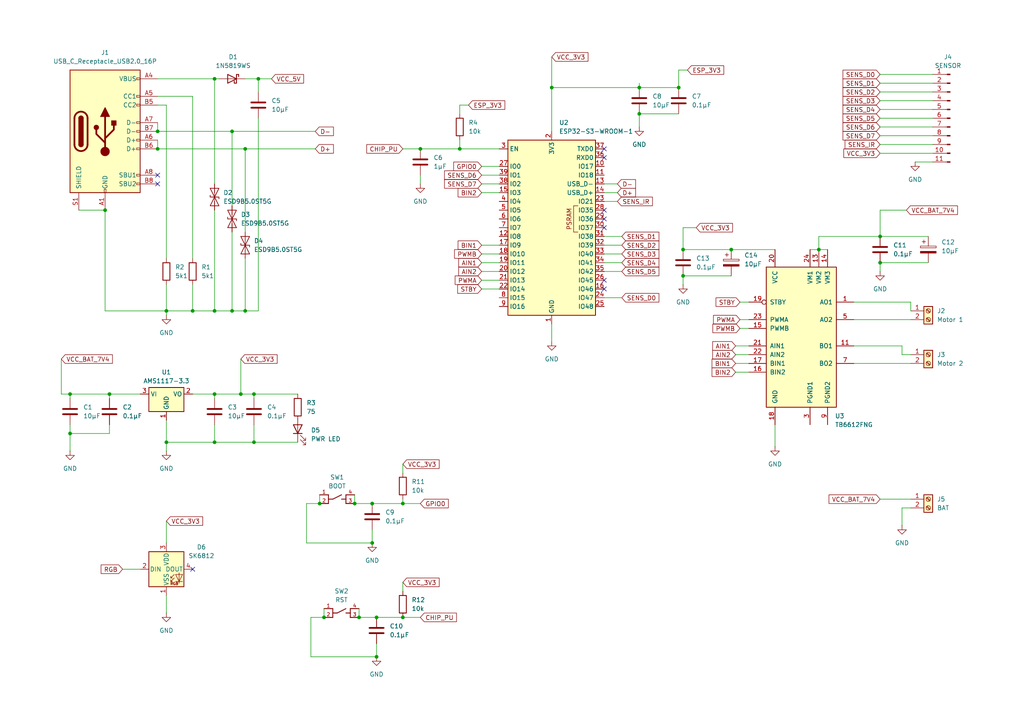
<source format=kicad_sch>
(kicad_sch (version 20250114) (generator "eeschema") (generator_version "9.0")
  (paper "A4")
  (lib_symbols
    (symbol "Connector:Conn_01x11_Pin" (pin_names (offset 1.016) (hide yes))
      (property "Reference" "J" (at 0 15.24 0))
      (property "Value" "Conn_01x11_Pin" (at 0 -15.24 0))
      (symbol "Conn_01x11_Pin_1_1"
        (pin passive line (at 5.08 12.7 180) (length 3.81) (name "Pin_1") (number "1"))
        (pin passive line (at 5.08 10.16 180) (length 3.81) (name "Pin_2") (number "2"))
        (pin passive line (at 5.08 7.62 180) (length 3.81) (name "Pin_3") (number "3"))
        (pin passive line (at 5.08 5.08 180) (length 3.81) (name "Pin_4") (number "4"))
        (pin passive line (at 5.08 2.54 180) (length 3.81) (name "Pin_5") (number "5"))
        (pin passive line (at 5.08 0 180) (length 3.81) (name "Pin_6") (number "6"))
        (pin passive line (at 5.08 -2.54 180) (length 3.81) (name "Pin_7") (number "7"))
        (pin passive line (at 5.08 -5.08 180) (length 3.81) (name "Pin_8") (number "8"))
        (pin passive line (at 5.08 -7.62 180) (length 3.81) (name "Pin_9") (number "9"))
        (pin passive line (at 5.08 -10.16 180) (length 3.81) (name "Pin_10") (number "10"))
        (pin passive line (at 5.08 -12.7 180) (length 3.81) (name "Pin_11") (number "11"))
      )
    )
    (symbol "Connector:Screw_Terminal_01x02" (pin_names (offset 1.016) (hide yes))
      (property "Reference" "J" (at 0 2.54 0))
      (property "Value" "Screw_Terminal_01x02" (at 0 -5.08 0))
      (symbol "Screw_Terminal_01x02_1_1"
        (pin passive line (at -5.08 0 0) (length 3.81) (name "Pin_1") (number "1"))
        (pin passive line (at -5.08 -2.54 0) (length 3.81) (name "Pin_2") (number "2"))
      )
    )
    (symbol "Connector:USB_C_Receptacle_USB2.0_16P" (pin_names (offset 1.016))
      (property "Reference" "J" (at 0 22.225 0))
      (property "Value" "USB_C_Receptacle_USB2.0_16P" (at 0 19.685 0))
      (symbol "USB_C_Receptacle_USB2.0_16P_1_1"
        (pin passive line (at -7.62 -22.86 90) (length 5.08) (name "SHIELD") (number "S1"))
        (pin passive line (at 0 -22.86 90) (length 5.08) (name "GND") (number "A1"))
        (pin passive line (at 0 -22.86 90) (length 5.08) (hide yes) (name "GND") (number "A12"))
        (pin passive line (at 0 -22.86 90) (length 5.08) (hide yes) (name "GND") (number "B1"))
        (pin passive line (at 0 -22.86 90) (length 5.08) (hide yes) (name "GND") (number "B12"))
        (pin passive line (at 15.24 15.24 180) (length 5.08) (name "VBUS") (number "A4"))
        (pin passive line (at 15.24 15.24 180) (length 5.08) (hide yes) (name "VBUS") (number "A9"))
        (pin passive line (at 15.24 15.24 180) (length 5.08) (hide yes) (name "VBUS") (number "B4"))
        (pin passive line (at 15.24 15.24 180) (length 5.08) (hide yes) (name "VBUS") (number "B9"))
        (pin bidirectional line (at 15.24 10.16 180) (length 5.08) (name "CC1") (number "A5"))
        (pin bidirectional line (at 15.24 7.62 180) (length 5.08) (name "CC2") (number "B5"))
        (pin bidirectional line (at 15.24 2.54 180) (length 5.08) (name "D-") (number "A7"))
        (pin bidirectional line (at 15.24 0 180) (length 5.08) (name "D-") (number "B7"))
        (pin bidirectional line (at 15.24 -2.54 180) (length 5.08) (name "D+") (number "A6"))
        (pin bidirectional line (at 15.24 -5.08 180) (length 5.08) (name "D+") (number "B6"))
        (pin bidirectional line (at 15.24 -12.7 180) (length 5.08) (name "SBU1") (number "A8"))
        (pin bidirectional line (at 15.24 -15.24 180) (length 5.08) (name "SBU2") (number "B8"))
      )
    )
    (symbol "Device:C" (pin_numbers (hide yes)) (pin_names (offset 0.254))
      (property "Reference" "C" (at 0.635 2.54 0))
      (property "Value" "C" (at 0.635 -2.54 0))
      (symbol "C_1_1"
        (pin passive line (at 0 3.81 270) (length 2.794) (name "~") (number "1"))
        (pin passive line (at 0 -3.81 90) (length 2.794) (name "~") (number "2"))
      )
    )
    (symbol "Device:C_Polarized" (pin_numbers (hide yes)) (pin_names (offset 0.254))
      (property "Reference" "C" (at 0.635 2.54 0))
      (property "Value" "C_Polarized" (at 0.635 -2.54 0))
      (symbol "C_Polarized_1_1"
        (pin passive line (at 0 3.81 270) (length 2.794) (name "~") (number "1"))
        (pin passive line (at 0 -3.81 90) (length 2.794) (name "~") (number "2"))
      )
    )
    (symbol "Device:LED" (pin_numbers (hide yes)) (pin_names (offset 1.016) (hide yes))
      (property "Reference" "D" (at 0 2.54 0))
      (property "Value" "LED" (at 0 -2.54 0))
      (symbol "LED_1_1"
        (pin passive line (at -3.81 0 0) (length 2.54) (name "K") (number "1"))
        (pin passive line (at 3.81 0 180) (length 2.54) (name "A") (number "2"))
      )
    )
    (symbol "Device:R" (pin_numbers (hide yes)) (pin_names (offset 0))
      (property "Reference" "R" (at 2.032 0 90))
      (property "Value" "R" (at 0 0 90))
      (symbol "R_1_1"
        (pin passive line (at 0 3.81 270) (length 1.27) (name "~") (number "1"))
        (pin passive line (at 0 -3.81 90) (length 1.27) (name "~") (number "2"))
      )
    )
    (symbol "Diode:1N5819WS" (pin_numbers (hide yes)) (pin_names (offset 1.016) (hide yes))
      (property "Reference" "D" (at 0 2.54 0))
      (property "Value" "1N5819WS" (at 0 -2.54 0))
      (symbol "1N5819WS_1_1"
        (pin passive line (at -3.81 0 0) (length 2.54) (name "K") (number "1"))
        (pin passive line (at 3.81 0 180) (length 2.54) (name "A") (number "2"))
      )
    )
    (symbol "Diode:ESD9B5.0ST5G" (pin_numbers (hide yes)) (pin_names (offset 1.016) (hide yes))
      (property "Reference" "D" (at 0 2.54 0))
      (property "Value" "ESD9B5.0ST5G" (at 0 -2.54 0))
      (symbol "ESD9B5.0ST5G_1_1"
        (pin passive line (at -3.81 0 0) (length 2.54) (name "A1") (number "1"))
        (pin passive line (at 3.81 0 180) (length 2.54) (name "A2") (number "2"))
      )
    )
    (symbol "Driver_Motor:TB6612FNG" (pin_names (offset 1.016))
      (property "Reference" "U" (at 11.43 17.78 0))
      (property "Value" "TB6612FNG" (at 11.43 15.24 0))
      (symbol "TB6612FNG_1_1"
        (pin input inverted (at -15.24 10.16 0) (length 5.08) (name "STBY") (number "19"))
        (pin input line (at -15.24 5.08 0) (length 5.08) (name "PWMA") (number "23"))
        (pin input line (at -15.24 2.54 0) (length 5.08) (name "PWMB") (number "15"))
        (pin input line (at -15.24 -2.54 0) (length 5.08) (name "AIN1") (number "21"))
        (pin input line (at -15.24 -5.08 0) (length 5.08) (name "AIN2") (number "22"))
        (pin input line (at -15.24 -7.62 0) (length 5.08) (name "BIN1") (number "17"))
        (pin input line (at -15.24 -10.16 0) (length 5.08) (name "BIN2") (number "16"))
        (pin power_in line (at -7.62 25.4 270) (length 5.08) (name "VCC") (number "20"))
        (pin power_in line (at -7.62 -25.4 90) (length 5.08) (name "GND") (number "18"))
        (pin power_in line (at 2.54 25.4 270) (length 5.08) (name "VM1") (number "24"))
        (pin power_in line (at 2.54 -25.4 90) (length 5.08) (name "PGND1") (number "3"))
        (pin passive line (at 2.54 -25.4 90) (length 5.08) (hide yes) (name "PGND1") (number "4"))
        (pin power_in line (at 5.08 25.4 270) (length 5.08) (name "VM2") (number "13"))
        (pin power_in line (at 7.62 25.4 270) (length 5.08) (name "VM3") (number "14"))
        (pin passive line (at 7.62 -25.4 90) (length 5.08) (hide yes) (name "PGND2") (number "10"))
        (pin power_in line (at 7.62 -25.4 90) (length 5.08) (name "PGND2") (number "9"))
        (pin output line (at 15.24 10.16 180) (length 5.08) (name "AO1") (number "1"))
        (pin passive line (at 15.24 10.16 180) (length 5.08) (hide yes) (name "AO1") (number "2"))
        (pin output line (at 15.24 5.08 180) (length 5.08) (name "AO2") (number "5"))
        (pin passive line (at 15.24 5.08 180) (length 5.08) (hide yes) (name "AO2") (number "6"))
        (pin output line (at 15.24 -2.54 180) (length 5.08) (name "BO1") (number "11"))
        (pin passive line (at 15.24 -2.54 180) (length 5.08) (hide yes) (name "BO1") (number "12"))
        (pin output line (at 15.24 -7.62 180) (length 5.08) (name "BO2") (number "7"))
        (pin passive line (at 15.24 -7.62 180) (length 5.08) (hide yes) (name "BO2") (number "8"))
      )
    )
    (symbol "LED:SK6812" (pin_names (offset 0.254))
      (property "Reference" "D" (at 5.08 5.715 0))
      (property "Value" "SK6812" (at 1.27 -5.715 0))
      (symbol "SK6812_0_0"
        (text "RGB" (at 2.286 -4.191 0) (effects (font (size 0.762 0.762))))
      )
      (symbol "SK6812_1_1"
        (pin input line (at -7.62 0 0) (length 2.54) (name "DIN") (number "2"))
        (pin power_in line (at 0 7.62 270) (length 2.54) (name "VDD") (number "3"))
        (pin power_in line (at 0 -7.62 90) (length 2.54) (name "VSS") (number "1"))
        (pin output line (at 7.62 0 180) (length 2.54) (name "DOUT") (number "4"))
      )
    )
    (symbol "PTS810_SJM_250_SMTR_LFS:PTS810_SJM_250_SMTR_LFS" (pin_names (offset 1.016))
      (property "Reference" "SW" (at -3.81 1.27 0))
      (property "Value" "PTS810_SJM_250_SMTR_LFS" (at -5.08 -6.35 0))
      (symbol "PTS810_SJM_250_SMTR_LFS_0_0"
        (pin passive line (at -5.08 0 0) (length 2.54) (name "~") (number "1"))
        (pin passive line (at -5.08 -2.54 0) (length 2.54) (name "~") (number "2"))
        (pin passive line (at 5.08 0 180) (length 2.54) (name "~") (number "4"))
        (pin passive line (at 5.08 -2.54 180) (length 2.54) (name "~") (number "3"))
      )
    )
    (symbol "RF_Module:ESP32-S3-WROOM-1"
      (property "Reference" "U" (at -12.7 26.67 0))
      (property "Value" "ESP32-S3-WROOM-1" (at 12.7 26.67 0))
      (symbol "ESP32-S3-WROOM-1_0_0"
        (text "PSRAM" (at 5.08 2.54 900) (effects (font (size 1.27 1.27))))
      )
      (symbol "ESP32-S3-WROOM-1_1_1"
        (pin input line (at -15.24 22.86 0) (length 2.54) (name "EN") (number "3"))
        (pin bidirectional line (at -15.24 17.78 0) (length 2.54) (name "IO0") (number "27"))
        (pin bidirectional line (at -15.24 15.24 0) (length 2.54) (name "IO1") (number "39"))
        (pin bidirectional line (at -15.24 12.7 0) (length 2.54) (name "IO2") (number "38"))
        (pin bidirectional line (at -15.24 10.16 0) (length 2.54) (name "IO3") (number "15"))
        (pin bidirectional line (at -15.24 7.62 0) (length 2.54) (name "IO4") (number "4"))
        (pin bidirectional line (at -15.24 5.08 0) (length 2.54) (name "IO5") (number "5"))
        (pin bidirectional line (at -15.24 2.54 0) (length 2.54) (name "IO6") (number "6"))
        (pin bidirectional line (at -15.24 0 0) (length 2.54) (name "IO7") (number "7"))
        (pin bidirectional line (at -15.24 -2.54 0) (length 2.54) (name "IO8") (number "12"))
        (pin bidirectional line (at -15.24 -5.08 0) (length 2.54) (name "IO9") (number "17"))
        (pin bidirectional line (at -15.24 -7.62 0) (length 2.54) (name "IO10") (number "18"))
        (pin bidirectional line (at -15.24 -10.16 0) (length 2.54) (name "IO11") (number "19"))
        (pin bidirectional line (at -15.24 -12.7 0) (length 2.54) (name "IO12") (number "20"))
        (pin bidirectional line (at -15.24 -15.24 0) (length 2.54) (name "IO13") (number "21"))
        (pin bidirectional line (at -15.24 -17.78 0) (length 2.54) (name "IO14") (number "22"))
        (pin bidirectional line (at -15.24 -20.32 0) (length 2.54) (name "IO15") (number "8"))
        (pin bidirectional line (at -15.24 -22.86 0) (length 2.54) (name "IO16") (number "9"))
        (pin power_in line (at 0 27.94 270) (length 2.54) (name "3V3") (number "2"))
        (pin power_in line (at 0 -27.94 90) (length 2.54) (name "GND") (number "1"))
        (pin passive line (at 0 -27.94 90) (length 2.54) (hide yes) (name "GND") (number "40"))
        (pin passive line (at 0 -27.94 90) (length 2.54) (hide yes) (name "GND") (number "41"))
        (pin bidirectional line (at 15.24 22.86 180) (length 2.54) (name "TXD0") (number "37"))
        (pin bidirectional line (at 15.24 20.32 180) (length 2.54) (name "RXD0") (number "36"))
        (pin bidirectional line (at 15.24 17.78 180) (length 2.54) (name "IO17") (number "10"))
        (pin bidirectional line (at 15.24 15.24 180) (length 2.54) (name "IO18") (number "11"))
        (pin bidirectional line (at 15.24 12.7 180) (length 2.54) (name "USB_D-") (number "13"))
        (pin bidirectional line (at 15.24 10.16 180) (length 2.54) (name "USB_D+") (number "14"))
        (pin bidirectional line (at 15.24 7.62 180) (length 2.54) (name "IO21") (number "23"))
        (pin bidirectional line (at 15.24 5.08 180) (length 2.54) (name "IO35") (number "28"))
        (pin bidirectional line (at 15.24 2.54 180) (length 2.54) (name "IO36") (number "29"))
        (pin bidirectional line (at 15.24 0 180) (length 2.54) (name "IO37") (number "30"))
        (pin bidirectional line (at 15.24 -2.54 180) (length 2.54) (name "IO38") (number "31"))
        (pin bidirectional line (at 15.24 -5.08 180) (length 2.54) (name "IO39") (number "32"))
        (pin bidirectional line (at 15.24 -7.62 180) (length 2.54) (name "IO40") (number "33"))
        (pin bidirectional line (at 15.24 -10.16 180) (length 2.54) (name "IO41") (number "34"))
        (pin bidirectional line (at 15.24 -12.7 180) (length 2.54) (name "IO42") (number "35"))
        (pin bidirectional line (at 15.24 -15.24 180) (length 2.54) (name "IO45") (number "26"))
        (pin bidirectional line (at 15.24 -17.78 180) (length 2.54) (name "IO46") (number "16"))
        (pin bidirectional line (at 15.24 -20.32 180) (length 2.54) (name "IO47") (number "24"))
        (pin bidirectional line (at 15.24 -22.86 180) (length 2.54) (name "IO48") (number "25"))
      )
    )
    (symbol "Regulator_Linear:AMS1117-3.3"
      (property "Reference" "U" (at -3.81 3.175 0))
      (property "Value" "AMS1117-3.3" (at 0 3.175 0))
      (symbol "AMS1117-3.3_1_1"
        (pin power_in line (at -7.62 0 0) (length 2.54) (name "VI") (number "3"))
        (pin power_in line (at 0 -7.62 90) (length 2.54) (name "GND") (number "1"))
        (pin power_out line (at 7.62 0 180) (length 2.54) (name "VO") (number "2"))
      )
    )
    (symbol "power:GND" (power) (pin_numbers (hide yes)) (pin_names (offset 0) (hide yes))
      (property "Value" "GND" (at 0 -3.81 0))
      (symbol "GND_1_1"
        (pin power_in line (at 0 0 270) (length 0) (name "~") (number "1"))
      )
    )
  )
  (junction (at 116.84 146.05))
  (junction (at 48.26 90.17))
  (junction (at 116.84 179.07))
  (junction (at 121.92 43.18))
  (junction (at 31.75 114.3))
  (junction (at 92.71 146.05))
  (junction (at 212.09 72.39))
  (junction (at 73.66 114.3))
  (junction (at 62.23 90.17))
  (junction (at 255.27 68.58))
  (junction (at 133.35 43.18))
  (junction (at 104.14 179.07))
  (junction (at 237.49 72.39))
  (junction (at 62.23 22.86))
  (junction (at 109.22 190.5))
  (junction (at 20.32 125.73))
  (junction (at 45.72 38.1))
  (junction (at 198.12 80.01))
  (junction (at 196.85 25.4))
  (junction (at 255.27 76.2))
  (junction (at 20.32 114.3))
  (junction (at 69.85 114.3))
  (junction (at 67.31 38.1))
  (junction (at 48.26 128.27))
  (junction (at 160.02 25.4))
  (junction (at 71.12 43.18))
  (junction (at 185.42 33.02))
  (junction (at 71.12 90.17))
  (junction (at 109.22 179.07))
  (junction (at 102.87 146.05))
  (junction (at 74.93 22.86))
  (junction (at 185.42 25.4))
  (junction (at 55.88 90.17))
  (junction (at 45.72 43.18))
  (junction (at 107.95 157.48))
  (junction (at 30.48 60.96))
  (junction (at 62.23 114.3))
  (junction (at 198.12 72.39))
  (junction (at 93.98 179.07))
  (junction (at 73.66 128.27))
  (junction (at 107.95 146.05))
  (junction (at 62.23 128.27))
  (junction (at 67.31 90.17))
  (no_connect (at 175.26 63.5))
  (no_connect (at 175.26 81.28))
  (no_connect (at 45.72 53.34))
  (no_connect (at 55.88 165.1))
  (no_connect (at 175.26 83.82))
  (no_connect (at 45.72 50.8))
  (no_connect (at 175.26 43.18))
  (no_connect (at 175.26 66.04))
  (no_connect (at 175.26 45.72))
  (no_connect (at 175.26 60.96))
  (wire (pts (xy 116.84 146.05) (xy 121.92 146.05)))
  (wire (pts (xy 73.66 114.3) (xy 86.36 114.3)))
  (wire (pts (xy 214.63 95.25) (xy 217.17 95.25)))
  (wire (pts (xy 247.65 100.33) (xy 261.62 100.33)))
  (wire (pts (xy 109.22 190.5) (xy 90.17 190.5)))
  (wire (pts (xy 35.56 165.1) (xy 40.64 165.1)))
  (wire (pts (xy 139.7 55.88) (xy 144.78 55.88)))
  (wire (pts (xy 160.02 25.4) (xy 185.42 25.4)))
  (wire (pts (xy 62.23 60.96) (xy 62.23 90.17)))
  (wire (pts (xy 212.09 72.39) (xy 224.79 72.39)))
  (wire (pts (xy 255.27 44.45) (xy 270.51 44.45)))
  (wire (pts (xy 133.35 30.48) (xy 135.89 30.48)))
  (wire (pts (xy 62.23 90.17) (xy 67.31 90.17)))
  (wire (pts (xy 185.42 24.13) (xy 185.42 25.4)))
  (wire (pts (xy 88.9 157.48) (xy 88.9 146.05)))
  (wire (pts (xy 213.36 107.95) (xy 217.17 107.95)))
  (wire (pts (xy 62.23 123.19) (xy 62.23 128.27)))
  (wire (pts (xy 20.32 115.57) (xy 20.32 114.3)))
  (wire (pts (xy 139.7 50.8) (xy 144.78 50.8)))
  (wire (pts (xy 90.17 179.07) (xy 93.98 179.07)))
  (wire (pts (xy 255.27 68.58) (xy 269.24 68.58)))
  (wire (pts (xy 255.27 36.83) (xy 270.51 36.83)))
  (wire (pts (xy 133.35 43.18) (xy 144.78 43.18)))
  (wire (pts (xy 63.5 22.86) (xy 62.23 22.86)))
  (wire (pts (xy 45.72 27.94) (xy 55.88 27.94)))
  (wire (pts (xy 73.66 115.57) (xy 73.66 114.3)))
  (wire (pts (xy 107.95 153.67) (xy 107.95 157.48)))
  (wire (pts (xy 255.27 60.96) (xy 255.27 68.58)))
  (wire (pts (xy 185.42 33.02) (xy 185.42 36.83)))
  (wire (pts (xy 88.9 146.05) (xy 92.71 146.05)))
  (wire (pts (xy 175.26 71.12) (xy 180.34 71.12)))
  (wire (pts (xy 261.62 100.33) (xy 261.62 102.87)))
  (wire (pts (xy 175.26 53.34) (xy 179.07 53.34)))
  (wire (pts (xy 45.72 22.86) (xy 62.23 22.86)))
  (wire (pts (xy 48.26 30.48) (xy 48.26 74.93)))
  (wire (pts (xy 175.26 73.66) (xy 180.34 73.66)))
  (wire (pts (xy 255.27 29.21) (xy 270.51 29.21)))
  (wire (pts (xy 45.72 35.56) (xy 45.72 38.1)))
  (wire (pts (xy 264.16 87.63) (xy 264.16 90.17)))
  (wire (pts (xy 71.12 43.18) (xy 71.12 67.31)))
  (wire (pts (xy 48.26 172.72) (xy 48.26 177.8)))
  (wire (pts (xy 62.23 128.27) (xy 73.66 128.27)))
  (wire (pts (xy 214.63 87.63) (xy 217.17 87.63)))
  (wire (pts (xy 247.65 105.41) (xy 264.16 105.41)))
  (wire (pts (xy 17.78 114.3) (xy 20.32 114.3)))
  (wire (pts (xy 55.88 90.17) (xy 62.23 90.17)))
  (wire (pts (xy 48.26 128.27) (xy 48.26 130.81)))
  (wire (pts (xy 40.64 114.3) (xy 31.75 114.3)))
  (wire (pts (xy 48.26 30.48) (xy 45.72 30.48)))
  (wire (pts (xy 139.7 48.26) (xy 144.78 48.26)))
  (wire (pts (xy 201.93 66.04) (xy 198.12 66.04)))
  (wire (pts (xy 67.31 38.1) (xy 67.31 59.69)))
  (wire (pts (xy 160.02 93.98) (xy 160.02 99.06)))
  (wire (pts (xy 107.95 157.48) (xy 88.9 157.48)))
  (wire (pts (xy 255.27 34.29) (xy 270.51 34.29)))
  (wire (pts (xy 175.26 68.58) (xy 180.34 68.58)))
  (wire (pts (xy 104.14 176.53) (xy 104.14 179.07)))
  (wire (pts (xy 175.26 78.74) (xy 180.34 78.74)))
  (wire (pts (xy 90.17 190.5) (xy 90.17 179.07)))
  (wire (pts (xy 17.78 104.14) (xy 17.78 114.3)))
  (wire (pts (xy 121.92 43.18) (xy 133.35 43.18)))
  (wire (pts (xy 48.26 121.92) (xy 48.26 128.27)))
  (wire (pts (xy 116.84 43.18) (xy 121.92 43.18)))
  (wire (pts (xy 234.95 72.39) (xy 237.49 72.39)))
  (wire (pts (xy 92.71 143.51) (xy 92.71 146.05)))
  (wire (pts (xy 48.26 128.27) (xy 62.23 128.27)))
  (wire (pts (xy 185.42 33.02) (xy 196.85 33.02)))
  (wire (pts (xy 109.22 179.07) (xy 116.84 179.07)))
  (wire (pts (xy 31.75 125.73) (xy 20.32 125.73)))
  (wire (pts (xy 139.7 73.66) (xy 144.78 73.66)))
  (wire (pts (xy 48.26 90.17) (xy 48.26 91.44)))
  (wire (pts (xy 104.14 179.07) (xy 109.22 179.07)))
  (wire (pts (xy 48.26 82.55) (xy 48.26 90.17)))
  (wire (pts (xy 265.43 46.99) (xy 270.51 46.99)))
  (wire (pts (xy 93.98 176.53) (xy 93.98 179.07)))
  (wire (pts (xy 102.87 146.05) (xy 107.95 146.05)))
  (wire (pts (xy 139.7 76.2) (xy 144.78 76.2)))
  (wire (pts (xy 20.32 123.19) (xy 20.32 125.73)))
  (wire (pts (xy 74.93 34.29) (xy 74.93 90.17)))
  (wire (pts (xy 261.62 147.32) (xy 261.62 152.4)))
  (wire (pts (xy 116.84 144.78) (xy 116.84 146.05)))
  (wire (pts (xy 91.44 43.18) (xy 71.12 43.18)))
  (wire (pts (xy 224.79 123.19) (xy 224.79 129.54)))
  (wire (pts (xy 255.27 41.91) (xy 270.51 41.91)))
  (wire (pts (xy 213.36 100.33) (xy 217.17 100.33)))
  (wire (pts (xy 262.89 60.96) (xy 255.27 60.96)))
  (wire (pts (xy 255.27 21.59) (xy 270.51 21.59)))
  (wire (pts (xy 255.27 26.67) (xy 270.51 26.67)))
  (wire (pts (xy 261.62 102.87) (xy 264.16 102.87)))
  (wire (pts (xy 31.75 114.3) (xy 31.75 115.57)))
  (wire (pts (xy 55.88 27.94) (xy 55.88 74.93)))
  (wire (pts (xy 198.12 72.39) (xy 212.09 72.39)))
  (wire (pts (xy 160.02 25.4) (xy 160.02 38.1)))
  (wire (pts (xy 264.16 147.32) (xy 261.62 147.32)))
  (wire (pts (xy 116.84 179.07) (xy 121.92 179.07)))
  (wire (pts (xy 22.86 60.96) (xy 30.48 60.96)))
  (wire (pts (xy 116.84 134.62) (xy 116.84 137.16)))
  (wire (pts (xy 139.7 53.34) (xy 144.78 53.34)))
  (wire (pts (xy 214.63 92.71) (xy 217.17 92.71)))
  (wire (pts (xy 213.36 105.41) (xy 217.17 105.41)))
  (wire (pts (xy 62.23 114.3) (xy 62.23 115.57)))
  (wire (pts (xy 185.42 25.4) (xy 196.85 25.4)))
  (wire (pts (xy 62.23 114.3) (xy 69.85 114.3)))
  (wire (pts (xy 255.27 68.58) (xy 237.49 68.58)))
  (wire (pts (xy 55.88 114.3) (xy 62.23 114.3)))
  (wire (pts (xy 107.95 146.05) (xy 116.84 146.05)))
  (wire (pts (xy 139.7 71.12) (xy 144.78 71.12)))
  (wire (pts (xy 255.27 76.2) (xy 255.27 78.74)))
  (wire (pts (xy 175.26 55.88) (xy 179.07 55.88)))
  (wire (pts (xy 255.27 31.75) (xy 270.51 31.75)))
  (wire (pts (xy 20.32 125.73) (xy 20.32 130.81)))
  (wire (pts (xy 175.26 76.2) (xy 180.34 76.2)))
  (wire (pts (xy 71.12 74.93) (xy 71.12 90.17)))
  (wire (pts (xy 71.12 43.18) (xy 45.72 43.18)))
  (wire (pts (xy 255.27 144.78) (xy 264.16 144.78)))
  (wire (pts (xy 133.35 33.02) (xy 133.35 30.48)))
  (wire (pts (xy 69.85 104.14) (xy 69.85 114.3)))
  (wire (pts (xy 67.31 67.31) (xy 67.31 90.17)))
  (wire (pts (xy 30.48 60.96) (xy 30.48 90.17)))
  (wire (pts (xy 139.7 78.74) (xy 144.78 78.74)))
  (wire (pts (xy 102.87 143.51) (xy 102.87 146.05)))
  (wire (pts (xy 133.35 40.64) (xy 133.35 43.18)))
  (wire (pts (xy 175.26 58.42) (xy 179.07 58.42)))
  (wire (pts (xy 116.84 168.91) (xy 116.84 171.45)))
  (wire (pts (xy 160.02 16.51) (xy 160.02 25.4)))
  (wire (pts (xy 121.92 50.8) (xy 121.92 53.34)))
  (wire (pts (xy 30.48 90.17) (xy 48.26 90.17)))
  (wire (pts (xy 255.27 39.37) (xy 270.51 39.37)))
  (wire (pts (xy 198.12 66.04) (xy 198.12 72.39)))
  (wire (pts (xy 74.93 22.86) (xy 78.74 22.86)))
  (wire (pts (xy 62.23 22.86) (xy 62.23 53.34)))
  (wire (pts (xy 247.65 87.63) (xy 264.16 87.63)))
  (wire (pts (xy 45.72 38.1) (xy 67.31 38.1)))
  (wire (pts (xy 48.26 90.17) (xy 55.88 90.17)))
  (wire (pts (xy 86.36 121.92) (xy 86.36 120.65)))
  (wire (pts (xy 198.12 80.01) (xy 198.12 82.55)))
  (wire (pts (xy 247.65 92.71) (xy 264.16 92.71)))
  (wire (pts (xy 67.31 90.17) (xy 71.12 90.17)))
  (wire (pts (xy 31.75 114.3) (xy 20.32 114.3)))
  (wire (pts (xy 109.22 186.69) (xy 109.22 190.5)))
  (wire (pts (xy 139.7 81.28) (xy 144.78 81.28)))
  (wire (pts (xy 255.27 24.13) (xy 270.51 24.13)))
  (wire (pts (xy 45.72 40.64) (xy 45.72 43.18)))
  (wire (pts (xy 237.49 72.39) (xy 240.03 72.39)))
  (wire (pts (xy 55.88 82.55) (xy 55.88 90.17)))
  (wire (pts (xy 71.12 90.17) (xy 74.93 90.17)))
  (wire (pts (xy 213.36 102.87) (xy 217.17 102.87)))
  (wire (pts (xy 175.26 86.36) (xy 180.34 86.36)))
  (wire (pts (xy 67.31 38.1) (xy 91.44 38.1)))
  (wire (pts (xy 71.12 22.86) (xy 74.93 22.86)))
  (wire (pts (xy 48.26 151.13) (xy 48.26 157.48)))
  (wire (pts (xy 31.75 123.19) (xy 31.75 125.73)))
  (wire (pts (xy 237.49 68.58) (xy 237.49 72.39)))
  (wire (pts (xy 198.12 80.01) (xy 212.09 80.01)))
  (wire (pts (xy 255.27 76.2) (xy 269.24 76.2)))
  (wire (pts (xy 139.7 83.82) (xy 144.78 83.82)))
  (wire (pts (xy 196.85 20.32) (xy 196.85 25.4)))
  (wire (pts (xy 199.39 20.32) (xy 196.85 20.32)))
  (wire (pts (xy 73.66 123.19) (xy 73.66 128.27)))
  (wire (pts (xy 74.93 22.86) (xy 74.93 26.67)))
  (wire (pts (xy 69.85 114.3) (xy 73.66 114.3)))
  (wire (pts (xy 86.36 128.27) (xy 73.66 128.27)))
  (global_label "PWMA" (shape input) (at 214.63 92.71 180) (property "Intersheetrefs" "${INTERSHEET_REFS}" (effects (hide yes))))
  (global_label "SENS_D1" (shape input) (at 255.27 24.13 180) (property "Intersheetrefs" "${INTERSHEET_REFS}" (effects (hide yes))))
  (global_label "PWMB" (shape input) (at 214.63 95.25 180) (property "Intersheetrefs" "${INTERSHEET_REFS}" (effects (hide yes))))
  (global_label "SENS_D5" (shape input) (at 255.27 34.29 180) (property "Intersheetrefs" "${INTERSHEET_REFS}" (effects (hide yes))))
  (global_label "SENS_D3" (shape input) (at 255.27 29.21 180) (property "Intersheetrefs" "${INTERSHEET_REFS}" (effects (hide yes))))
  (global_label "D-" (shape input) (at 91.44 38.1 0) (property "Intersheetrefs" "${INTERSHEET_REFS}" (effects (hide yes))))
  (global_label "VCC_5V" (shape input) (at 78.74 22.86 0) (property "Intersheetrefs" "${INTERSHEET_REFS}" (effects (hide yes))))
  (global_label "VCC_BAT_7V4" (shape input) (at 255.27 144.78 180) (property "Intersheetrefs" "${INTERSHEET_REFS}" (effects (hide yes))))
  (global_label "AIN1" (shape input) (at 213.36 100.33 180) (property "Intersheetrefs" "${INTERSHEET_REFS}" (effects (hide yes))))
  (global_label "D+" (shape input) (at 91.44 43.18 0) (property "Intersheetrefs" "${INTERSHEET_REFS}" (effects (hide yes))))
  (global_label "VCC_3V3" (shape input) (at 116.84 168.91 0) (property "Intersheetrefs" "${INTERSHEET_REFS}" (effects (hide yes))))
  (global_label "SENS_D6" (shape input) (at 139.7 50.8 180) (property "Intersheetrefs" "${INTERSHEET_REFS}" (effects (hide yes))))
  (global_label "GPIO0" (shape input) (at 121.92 146.05 0) (property "Intersheetrefs" "${INTERSHEET_REFS}" (effects (hide yes))))
  (global_label "ESP_3V3" (shape input) (at 199.39 20.32 0) (property "Intersheetrefs" "${INTERSHEET_REFS}" (effects (hide yes))))
  (global_label "VCC_3V3" (shape input) (at 116.84 134.62 0) (property "Intersheetrefs" "${INTERSHEET_REFS}" (effects (hide yes))))
  (global_label "RGB" (shape input) (at 35.56 165.1 180) (property "Intersheetrefs" "${INTERSHEET_REFS}" (effects (hide yes))))
  (global_label "VCC_3V3" (shape input) (at 69.85 104.14 0) (property "Intersheetrefs" "${INTERSHEET_REFS}" (effects (hide yes))))
  (global_label "VCC_3V3" (shape input) (at 201.93 66.04 0) (property "Intersheetrefs" "${INTERSHEET_REFS}" (effects (hide yes))))
  (global_label "SENS_D7" (shape input) (at 255.27 39.37 180) (property "Intersheetrefs" "${INTERSHEET_REFS}" (effects (hide yes))))
  (global_label "ESP_3V3" (shape input) (at 135.89 30.48 0) (property "Intersheetrefs" "${INTERSHEET_REFS}" (effects (hide yes))))
  (global_label "SENS_D4" (shape input) (at 180.34 76.2 0) (property "Intersheetrefs" "${INTERSHEET_REFS}" (effects (hide yes))))
  (global_label "AIN2" (shape input) (at 213.36 102.87 180) (property "Intersheetrefs" "${INTERSHEET_REFS}" (effects (hide yes))))
  (global_label "SENS_IR" (shape input) (at 179.07 58.42 0) (property "Intersheetrefs" "${INTERSHEET_REFS}" (effects (hide yes))))
  (global_label "D-" (shape input) (at 179.07 53.34 0) (property "Intersheetrefs" "${INTERSHEET_REFS}" (effects (hide yes))))
  (global_label "BIN2" (shape input) (at 213.36 107.95 180) (property "Intersheetrefs" "${INTERSHEET_REFS}" (effects (hide yes))))
  (global_label "VCC_3V3" (shape input) (at 255.27 44.45 180) (property "Intersheetrefs" "${INTERSHEET_REFS}" (effects (hide yes))))
  (global_label "BIN2" (shape input) (at 139.7 55.88 180) (property "Intersheetrefs" "${INTERSHEET_REFS}" (effects (hide yes))))
  (global_label "BIN1" (shape input) (at 139.7 71.12 180) (property "Intersheetrefs" "${INTERSHEET_REFS}" (effects (hide yes))))
  (global_label "SENS_IR" (shape input) (at 255.27 41.91 180) (property "Intersheetrefs" "${INTERSHEET_REFS}" (effects (hide yes))))
  (global_label "SENS_D2" (shape input) (at 180.34 71.12 0) (property "Intersheetrefs" "${INTERSHEET_REFS}" (effects (hide yes))))
  (global_label "AIN2" (shape input) (at 139.7 78.74 180) (property "Intersheetrefs" "${INTERSHEET_REFS}" (effects (hide yes))))
  (global_label "CHIP_PU" (shape input) (at 121.92 179.07 0) (property "Intersheetrefs" "${INTERSHEET_REFS}" (effects (hide yes))))
  (global_label "SENS_D7" (shape input) (at 139.7 53.34 180) (property "Intersheetrefs" "${INTERSHEET_REFS}" (effects (hide yes))))
  (global_label "SENS_D1" (shape input) (at 180.34 68.58 0) (property "Intersheetrefs" "${INTERSHEET_REFS}" (effects (hide yes))))
  (global_label "PWMA" (shape input) (at 139.7 81.28 180) (property "Intersheetrefs" "${INTERSHEET_REFS}" (effects (hide yes))))
  (global_label "BIN1" (shape input) (at 213.36 105.41 180) (property "Intersheetrefs" "${INTERSHEET_REFS}" (effects (hide yes))))
  (global_label "SENS_D0" (shape input) (at 180.34 86.36 0) (property "Intersheetrefs" "${INTERSHEET_REFS}" (effects (hide yes))))
  (global_label "VCC_3V3" (shape input) (at 160.02 16.51 0) (property "Intersheetrefs" "${INTERSHEET_REFS}" (effects (hide yes))))
  (global_label "SENS_D5" (shape input) (at 180.34 78.74 0) (property "Intersheetrefs" "${INTERSHEET_REFS}" (effects (hide yes))))
  (global_label "GPIO0" (shape input) (at 139.7 48.26 180) (property "Intersheetrefs" "${INTERSHEET_REFS}" (effects (hide yes))))
  (global_label "STBY" (shape input) (at 139.7 83.82 180) (property "Intersheetrefs" "${INTERSHEET_REFS}" (effects (hide yes))))
  (global_label "VCC_BAT_7V4" (shape input) (at 262.89 60.96 0) (property "Intersheetrefs" "${INTERSHEET_REFS}" (effects (hide yes))))
  (global_label "AIN1" (shape input) (at 139.7 76.2 180) (property "Intersheetrefs" "${INTERSHEET_REFS}" (effects (hide yes))))
  (global_label "CHIP_PU" (shape input) (at 116.84 43.18 180) (property "Intersheetrefs" "${INTERSHEET_REFS}" (effects (hide yes))))
  (global_label "SENS_D6" (shape input) (at 255.27 36.83 180) (property "Intersheetrefs" "${INTERSHEET_REFS}" (effects (hide yes))))
  (global_label "SENS_D0" (shape input) (at 255.27 21.59 180) (property "Intersheetrefs" "${INTERSHEET_REFS}" (effects (hide yes))))
  (global_label "VCC_3V3" (shape input) (at 48.26 151.13 0) (property "Intersheetrefs" "${INTERSHEET_REFS}" (effects (hide yes))))
  (global_label "STBY" (shape input) (at 214.63 87.63 180) (property "Intersheetrefs" "${INTERSHEET_REFS}" (effects (hide yes))))
  (global_label "SENS_D4" (shape input) (at 255.27 31.75 180) (property "Intersheetrefs" "${INTERSHEET_REFS}" (effects (hide yes))))
  (global_label "D+" (shape input) (at 179.07 55.88 0) (property "Intersheetrefs" "${INTERSHEET_REFS}" (effects (hide yes))))
  (global_label "SENS_D3" (shape input) (at 180.34 73.66 0) (property "Intersheetrefs" "${INTERSHEET_REFS}" (effects (hide yes))))
  (global_label "PWMB" (shape input) (at 139.7 73.66 180) (property "Intersheetrefs" "${INTERSHEET_REFS}" (effects (hide yes))))
  (global_label "VCC_BAT_7V4" (shape input) (at 17.78 104.14 0) (property "Intersheetrefs" "${INTERSHEET_REFS}" (effects (hide yes))))
  (global_label "SENS_D2" (shape input) (at 255.27 26.67 180) (property "Intersheetrefs" "${INTERSHEET_REFS}" (effects (hide yes))))
  (symbol (lib_id "Device:R") (at 55.88 78.74 0) (unit 1)
    (property "Reference" "R1" (at 58.42 77.4699 0) (effects (justify left)))
    (property "Value" "5k1" (at 58.42 80.0099 0) (effects (justify left)))
    (property "Footprint" "Resistor_SMD:R_0805_2012Metric" (effects (hide yes)))
    (property "Description" "Resistor" (effects (hide yes)))
  )
  (symbol (lib_id "Device:R") (at 133.35 36.83 0) (unit 1)
    (property "Reference" "R4" (at 135.89 35.5599 0) (effects (justify left)))
    (property "Value" "10k" (at 135.89 38.0999 0) (effects (justify left)))
    (property "Footprint" "Resistor_SMD:R_0603_1608Metric" (effects (hide yes)))
    (property "Description" "Resistor" (effects (hide yes)))
  )
  (symbol (lib_id "power:GND") (at 198.12 82.55 0) (unit 1)
    (property "Reference" "#PWR011" (effects (hide yes)))
    (property "Value" "GND" (at 198.12 87.63 0))
    (property "Description" "Power symbol creates a global label with name \"GND\" , ground" (effects (hide yes)))
  )
  (symbol (lib_id "Device:R") (at 116.84 175.26 0) (unit 1)
    (property "Reference" "R12" (at 119.38 173.9899 0) (effects (justify left)))
    (property "Value" "10k" (at 119.38 176.5299 0) (effects (justify left)))
    (property "Footprint" "Resistor_SMD:R_0603_1608Metric" (effects (hide yes)))
    (property "Description" "Resistor" (effects (hide yes)))
  )
  (symbol (lib_id "Device:C") (at 74.93 30.48 0) (unit 1)
    (property "Reference" "C5" (at 78.74 29.2099 0) (effects (justify left)))
    (property "Value" "10µF" (at 78.74 31.7499 0) (effects (justify left)))
    (property "Footprint" "Capacitor_SMD:C_0805_2012Metric" (effects (hide yes)))
    (property "Description" "Unpolarized capacitor" (effects (hide yes)))
  )
  (symbol (lib_id "power:GND") (at 255.27 78.74 0) (unit 1)
    (property "Reference" "#PWR010" (effects (hide yes)))
    (property "Value" "GND" (at 255.27 83.82 0))
    (property "Description" "Power symbol creates a global label with name \"GND\" , ground" (effects (hide yes)))
  )
  (symbol (lib_id "power:GND") (at 160.02 99.06 0) (unit 1)
    (property "Reference" "#PWR04" (effects (hide yes)))
    (property "Value" "GND" (at 160.02 104.14 0))
    (property "Description" "Power symbol creates a global label with name \"GND\" , ground" (effects (hide yes)))
  )
  (symbol (lib_id "power:GND") (at 261.62 152.4 0) (unit 1)
    (property "Reference" "#PWR014" (effects (hide yes)))
    (property "Value" "GND" (at 261.62 157.48 0))
    (property "Description" "Power symbol creates a global label with name \"GND\" , ground" (effects (hide yes)))
  )
  (symbol (lib_id "Diode:ESD9B5.0ST5G") (at 67.31 63.5 270) (unit 1)
    (property "Reference" "D3" (at 69.85 62.2299 90) (effects (justify left)))
    (property "Value" "ESD9B5.0ST5G" (at 69.85 64.7699 90) (effects (justify left)))
    (property "Footprint" "Diode_SMD:D_SOD-923" (effects (hide yes)))
    (property "Datasheet" "https://www.onsemi.com/pub/Collateral/ESD9B-D.PDF" (effects (hide yes)))
    (property "Description" "ESD protection diode, 5.0Vrwm, SOD-923" (effects (hide yes)))
  )
  (symbol (lib_id "power:GND") (at 265.43 46.99 0) (unit 1)
    (property "Reference" "#PWR013" (effects (hide yes)))
    (property "Value" "GND" (at 265.43 52.07 0))
    (property "Description" "Power symbol creates a global label with name \"GND\" , ground" (effects (hide yes)))
  )
  (symbol (lib_id "power:GND") (at 48.26 130.81 0) (unit 1)
    (property "Reference" "#PWR03" (effects (hide yes)))
    (property "Value" "GND" (at 48.26 135.89 0))
    (property "Description" "Power symbol creates a global label with name \"GND\" , ground" (effects (hide yes)))
  )
  (symbol (lib_id "Device:C") (at 121.92 46.99 0) (unit 1)
    (property "Reference" "C6" (at 125.73 45.7199 0) (effects (justify left)))
    (property "Value" "1µF" (at 125.73 48.2599 0) (effects (justify left)))
    (property "Footprint" "Capacitor_SMD:C_0603_1608Metric" (effects (hide yes)))
    (property "Description" "Unpolarized capacitor" (effects (hide yes)))
  )
  (symbol (lib_id "Device:C") (at 185.42 29.21 0) (unit 1)
    (property "Reference" "C8" (at 189.23 27.9399 0) (effects (justify left)))
    (property "Value" "10µF" (at 189.23 30.4799 0) (effects (justify left)))
    (property "Footprint" "Capacitor_SMD:C_0805_2012Metric" (effects (hide yes)))
    (property "Description" "Unpolarized capacitor" (effects (hide yes)))
  )
  (symbol (lib_id "Device:LED") (at 86.36 124.46 90) (unit 1)
    (property "Reference" "D5" (at 90.17 124.7774 90) (effects (justify right)))
    (property "Value" "PWR LED" (at 90.17 127.3174 90) (effects (justify right)))
    (property "Footprint" "LED_SMD:LED_0201_0603Metric" (effects (hide yes)))
    (property "Description" "Light emitting diode" (effects (hide yes)))
    (property "Sim.Pins" "1=K 2=A" (effects (hide yes)))
  )
  (symbol (lib_id "Device:C") (at 198.12 76.2 0) (unit 1)
    (property "Reference" "C13" (at 201.93 74.9299 0) (effects (justify left)))
    (property "Value" "0.1µF" (at 201.93 77.4699 0) (effects (justify left)))
    (property "Footprint" "Capacitor_SMD:C_0805_2012Metric" (effects (hide yes)))
    (property "Description" "Unpolarized capacitor" (effects (hide yes)))
  )
  (symbol (lib_id "Driver_Motor:TB6612FNG") (at 232.41 97.79 0) (unit 1)
    (property "Reference" "U3" (at 242.1733 120.65 0) (effects (justify left)))
    (property "Value" "TB6612FNG" (at 242.1733 123.19 0) (effects (justify left)))
    (property "Footprint" "Package_SO:SSOP-24_5.3x8.2mm_P0.65mm" (effects (hide yes)))
    (property "Datasheet" "https://toshiba.semicon-storage.com/us/product/linear/motordriver/detail.TB6612FNG.html" (effects (hide yes)))
    (property "Description" "Driver IC for Dual DC motor, SSOP-24" (effects (hide yes)))
  )
  (symbol (lib_id "Device:C") (at 107.95 149.86 0) (unit 1)
    (property "Reference" "C9" (at 111.76 148.5899 0) (effects (justify left)))
    (property "Value" "0.1µF" (at 111.76 151.1299 0) (effects (justify left)))
    (property "Footprint" "Capacitor_SMD:C_0603_1608Metric" (effects (hide yes)))
    (property "Description" "Unpolarized capacitor" (effects (hide yes)))
  )
  (symbol (lib_id "power:GND") (at 224.79 129.54 0) (unit 1)
    (property "Reference" "#PWR012" (effects (hide yes)))
    (property "Value" "GND" (at 224.79 134.62 0))
    (property "Description" "Power symbol creates a global label with name \"GND\" , ground" (effects (hide yes)))
  )
  (symbol (lib_id "power:GND") (at 121.92 53.34 0) (unit 1)
    (property "Reference" "#PWR08" (effects (hide yes)))
    (property "Value" "GND" (at 121.92 58.42 0))
    (property "Description" "Power symbol creates a global label with name \"GND\" , ground" (effects (hide yes)))
  )
  (symbol (lib_id "power:GND") (at 48.26 177.8 0) (unit 1)
    (property "Reference" "#PWR05" (effects (hide yes)))
    (property "Value" "GND" (at 48.26 182.88 0))
    (property "Description" "Power symbol creates a global label with name \"GND\" , ground" (effects (hide yes)))
  )
  (symbol (lib_id "Diode:ESD9B5.0ST5G") (at 62.23 57.15 270) (unit 1)
    (property "Reference" "D2" (at 64.77 55.8799 90) (effects (justify left)))
    (property "Value" "ESD9B5.0ST5G" (at 64.77 58.4199 90) (effects (justify left)))
    (property "Footprint" "Diode_SMD:D_SOD-923" (effects (hide yes)))
    (property "Datasheet" "https://www.onsemi.com/pub/Collateral/ESD9B-D.PDF" (effects (hide yes)))
    (property "Description" "ESD protection diode, 5.0Vrwm, SOD-923" (effects (hide yes)))
  )
  (symbol (lib_id "Device:R") (at 48.26 78.74 0) (unit 1)
    (property "Reference" "R2" (at 50.8 77.4699 0) (effects (justify left)))
    (property "Value" "5k1" (at 50.8 80.0099 0) (effects (justify left)))
    (property "Footprint" "Resistor_SMD:R_0805_2012Metric" (effects (hide yes)))
    (property "Description" "Resistor" (effects (hide yes)))
  )
  (symbol (lib_id "Diode:ESD9B5.0ST5G") (at 71.12 71.12 270) (unit 1)
    (property "Reference" "D4" (at 73.66 69.8499 90) (effects (justify left)))
    (property "Value" "ESD9B5.0ST5G" (at 73.66 72.3899 90) (effects (justify left)))
    (property "Footprint" "Diode_SMD:D_SOD-923" (effects (hide yes)))
    (property "Datasheet" "https://www.onsemi.com/pub/Collateral/ESD9B-D.PDF" (effects (hide yes)))
    (property "Description" "ESD protection diode, 5.0Vrwm, SOD-923" (effects (hide yes)))
  )
  (symbol (lib_id "LED:SK6812") (at 48.26 165.1 0) (unit 1)
    (property "Reference" "D6" (at 58.42 158.6798 0))
    (property "Value" "SK6812" (at 58.42 161.2198 0))
    (property "Footprint" "LED_SMD:LED_SK6812_PLCC4_5.0x5.0mm_P3.2mm" (effects (hide yes)))
    (property "Datasheet" "https://cdn-shop.adafruit.com/product-files/1138/SK6812+LED+datasheet+.pdf" (effects (hide yes)))
    (property "Description" "RGB LED with integrated controller" (effects (hide yes)))
  )
  (symbol (lib_id "Device:R") (at 86.36 118.11 0) (unit 1)
    (property "Reference" "R3" (at 88.9 116.8399 0) (effects (justify left)))
    (property "Value" "75" (at 88.9 119.3799 0) (effects (justify left)))
    (property "Footprint" "Resistor_SMD:R_0805_2012Metric" (effects (hide yes)))
    (property "Description" "Resistor" (effects (hide yes)))
  )
  (symbol (lib_id "PTS810_SJM_250_SMTR_LFS:PTS810_SJM_250_SMTR_LFS") (at 97.79 143.51 0) (unit 1)
    (property "Reference" "SW1" (at 97.79 138.43 0))
    (property "Value" "BOOT" (at 97.79 140.97 0))
    (property "Footprint" "PTS810_SJM_250_SMTR_LFS:SW_PTS810_SJM_250_SMTR_LFS" (effects (hide yes)))
    (property "MF" "C&K" (effects (hide yes)))
    (property "Description_1" "Tactile Switch SPST-NO Top Actuated Surface Mount" (effects (hide yes)))
    (property "Package" "None" (effects (hide yes)))
    (property "Price" "None" (effects (hide yes)))
    (property "Check_prices" "https://www.snapeda.com/parts/PTS810SJM250SMTRLFS/C%2526K/view-part/?ref=eda" (effects (hide yes)))
    (property "STANDARD" "Manufacturer Recommendations" (effects (hide yes)))
    (property "SnapEDA_Link" "https://www.snapeda.com/parts/PTS810SJM250SMTRLFS/C%2526K/view-part/?ref=snap" (effects (hide yes)))
    (property "MP" "PTS810SJM250SMTRLFS" (effects (hide yes)))
    (property "Availability" "In Stock" (effects (hide yes)))
    (property "MANUFACTURER" "CnK" (effects (hide yes)))
  )
  (symbol (lib_id "power:GND") (at 185.42 36.83 0) (unit 1)
    (property "Reference" "#PWR09" (effects (hide yes)))
    (property "Value" "GND" (at 185.42 41.91 0))
    (property "Description" "Power symbol creates a global label with name \"GND\" , ground" (effects (hide yes)))
  )
  (symbol (lib_id "Device:C") (at 62.23 119.38 0) (unit 1)
    (property "Reference" "C3" (at 66.04 118.1099 0) (effects (justify left)))
    (property "Value" "10µF" (at 66.04 120.6499 0) (effects (justify left)))
    (property "Footprint" "Capacitor_SMD:C_0805_2012Metric" (effects (hide yes)))
    (property "Description" "Unpolarized capacitor" (effects (hide yes)))
  )
  (symbol (lib_id "Device:C") (at 20.32 119.38 0) (unit 1)
    (property "Reference" "C1" (at 24.13 118.1099 0) (effects (justify left)))
    (property "Value" "10µF" (at 24.13 120.6499 0) (effects (justify left)))
    (property "Footprint" "Capacitor_SMD:C_0805_2012Metric" (effects (hide yes)))
    (property "Description" "Unpolarized capacitor" (effects (hide yes)))
  )
  (symbol (lib_id "Device:C_Polarized") (at 269.24 72.39 0) (unit 1)
    (property "Reference" "C12" (at 273.05 70.2309 0) (effects (justify left)))
    (property "Value" "10µF" (at 273.05 72.7709 0) (effects (justify left)))
    (property "Footprint" "Capacitor_SMD:C_0805_2012Metric" (effects (hide yes)))
    (property "Description" "Polarized capacitor" (effects (hide yes)))
  )
  (symbol (lib_id "Device:R") (at 116.84 140.97 0) (unit 1)
    (property "Reference" "R11" (at 119.38 139.6999 0) (effects (justify left)))
    (property "Value" "10k" (at 119.38 142.2399 0) (effects (justify left)))
    (property "Footprint" "Resistor_SMD:R_0603_1608Metric" (effects (hide yes)))
    (property "Description" "Resistor" (effects (hide yes)))
  )
  (symbol (lib_id "power:GND") (at 20.32 130.81 0) (unit 1)
    (property "Reference" "#PWR02" (effects (hide yes)))
    (property "Value" "GND" (at 20.32 135.89 0))
    (property "Description" "Power symbol creates a global label with name \"GND\" , ground" (effects (hide yes)))
  )
  (symbol (lib_id "power:GND") (at 109.22 190.5 0) (unit 1)
    (property "Reference" "#PWR07" (effects (hide yes)))
    (property "Value" "GND" (at 109.22 195.58 0))
    (property "Description" "Power symbol creates a global label with name \"GND\" , ground" (effects (hide yes)))
  )
  (symbol (lib_id "Connector:Conn_01x11_Pin") (at 275.59 34.29 0) (mirror y) (unit 1)
    (property "Reference" "J4" (at 274.955 16.51 0))
    (property "Value" "SENSOR" (at 274.955 19.05 0))
    (property "Footprint" "Connector_PinHeader_1.00mm:PinHeader_1x11_P1.00mm_Vertical" (effects (hide yes)))
    (property "Description" "Generic connector, single row, 01x11, script generated" (effects (hide yes)))
  )
  (symbol (lib_id "Connector:Screw_Terminal_01x02") (at 269.24 90.17 0) (unit 1)
    (property "Reference" "J2" (at 271.78 90.1699 0) (effects (justify left)))
    (property "Value" "Motor 1" (at 271.78 92.7099 0) (effects (justify left)))
    (property "Footprint" "TerminalBlock_Phoenix:TerminalBlock_Phoenix_MKDS-1,5-2-5.08_1x02_P5.08mm_Horizontal" (effects (hide yes)))
    (property "Description" "Generic screw terminal, single row, 01x02, script generated (kicad-library-utils/schlib/autogen/connector/)" (effects (hide yes)))
  )
  (symbol (lib_id "Connector:USB_C_Receptacle_USB2.0_16P") (at 30.48 38.1 0) (unit 1)
    (property "Reference" "J1" (at 30.48 15.24 0))
    (property "Value" "USB_C_Receptacle_USB2.0_16P" (at 30.48 17.78 0))
    (property "Footprint" "Connector_USB:USB_C_Receptacle_HRO_TYPE-C-31-M-12" (effects (hide yes)))
    (property "Datasheet" "https://www.usb.org/sites/default/files/documents/usb_type-c.zip" (effects (hide yes)))
    (property "Description" "USB 2.0-only 16P Type-C Receptacle connector" (effects (hide yes)))
  )
  (symbol (lib_id "Device:C_Polarized") (at 212.09 76.2 0) (unit 1)
    (property "Reference" "C14" (at 215.9 74.0409 0) (effects (justify left)))
    (property "Value" "10µF" (at 215.9 76.5809 0) (effects (justify left)))
    (property "Footprint" "Capacitor_SMD:C_0805_2012Metric" (effects (hide yes)))
    (property "Description" "Polarized capacitor" (effects (hide yes)))
  )
  (symbol (lib_id "Device:C") (at 31.75 119.38 0) (unit 1)
    (property "Reference" "C2" (at 35.56 118.1099 0) (effects (justify left)))
    (property "Value" "0.1µF" (at 35.56 120.6499 0) (effects (justify left)))
    (property "Footprint" "Capacitor_SMD:C_0603_1608Metric" (effects (hide yes)))
    (property "Description" "Unpolarized capacitor" (effects (hide yes)))
  )
  (symbol (lib_id "power:GND") (at 48.26 91.44 0) (unit 1)
    (property "Reference" "#PWR01" (effects (hide yes)))
    (property "Value" "GND" (at 48.26 96.52 0))
    (property "Description" "Power symbol creates a global label with name \"GND\" , ground" (effects (hide yes)))
  )
  (symbol (lib_id "PTS810_SJM_250_SMTR_LFS:PTS810_SJM_250_SMTR_LFS") (at 99.06 176.53 0) (unit 1)
    (property "Reference" "SW2" (at 99.06 171.45 0))
    (property "Value" "RST" (at 99.06 173.99 0))
    (property "Footprint" "PTS810_SJM_250_SMTR_LFS:SW_PTS810_SJM_250_SMTR_LFS" (effects (hide yes)))
    (property "MF" "C&K" (effects (hide yes)))
    (property "Description_1" "Tactile Switch SPST-NO Top Actuated Surface Mount" (effects (hide yes)))
    (property "Package" "None" (effects (hide yes)))
    (property "Price" "None" (effects (hide yes)))
    (property "Check_prices" "https://www.snapeda.com/parts/PTS810SJM250SMTRLFS/C%2526K/view-part/?ref=eda" (effects (hide yes)))
    (property "STANDARD" "Manufacturer Recommendations" (effects (hide yes)))
    (property "SnapEDA_Link" "https://www.snapeda.com/parts/PTS810SJM250SMTRLFS/C%2526K/view-part/?ref=snap" (effects (hide yes)))
    (property "MP" "PTS810SJM250SMTRLFS" (effects (hide yes)))
    (property "Availability" "In Stock" (effects (hide yes)))
    (property "MANUFACTURER" "CnK" (effects (hide yes)))
  )
  (symbol (lib_id "Diode:1N5819WS") (at 67.31 22.86 0) (mirror y) (unit 1)
    (property "Reference" "D1" (at 67.6275 16.51 0))
    (property "Value" "1N5819WS" (at 67.6275 19.05 0))
    (property "Footprint" "Diode_SMD:D_SOD-323" (effects (hide yes)))
    (property "Datasheet" "https://datasheet.lcsc.com/lcsc/2204281430_Guangdong-Hottech-1N5819WS_C191023.pdf" (effects (hide yes)))
    (property "Description" "40V 600mV@1A 1A SOD-323 Schottky Barrier Diodes, SOD-323" (effects (hide yes)))
  )
  (symbol (lib_id "Regulator_Linear:AMS1117-3.3") (at 48.26 114.3 0) (unit 1)
    (property "Reference" "U1" (at 48.26 107.95 0))
    (property "Value" "AMS1117-3.3" (at 48.26 110.49 0))
    (property "Footprint" "Package_TO_SOT_SMD:SOT-223-3_TabPin2" (effects (hide yes)))
    (property "Datasheet" "http://www.advanced-monolithic.com/pdf/ds1117.pdf" (effects (hide yes)))
    (property "Description" "1A Low Dropout regulator, positive, 3.3V fixed output, SOT-223" (effects (hide yes)))
  )
  (symbol (lib_id "power:GND") (at 107.95 157.48 0) (unit 1)
    (property "Reference" "#PWR06" (effects (hide yes)))
    (property "Value" "GND" (at 107.95 162.56 0))
    (property "Description" "Power symbol creates a global label with name \"GND\" , ground" (effects (hide yes)))
  )
  (symbol (lib_id "Device:C") (at 196.85 29.21 0) (unit 1)
    (property "Reference" "C7" (at 200.66 27.9399 0) (effects (justify left)))
    (property "Value" "0.1µF" (at 200.66 30.4799 0) (effects (justify left)))
    (property "Footprint" "Capacitor_SMD:C_0603_1608Metric" (effects (hide yes)))
    (property "Description" "Unpolarized capacitor" (effects (hide yes)))
  )
  (symbol (lib_id "RF_Module:ESP32-S3-WROOM-1") (at 160.02 66.04 0) (unit 1)
    (property "Reference" "U2" (at 162.1633 35.56 0) (effects (justify left)))
    (property "Value" "ESP32-S3-WROOM-1" (at 162.1633 38.1 0) (effects (justify left)))
    (property "Footprint" "RF_Module:ESP32-S3-WROOM-1" (effects (hide yes)))
    (property "Datasheet" "https://www.espressif.com/sites/default/files/documentation/esp32-s3-wroom-1_wroom-1u_datasheet_en.pdf" (effects (hide yes)))
    (property "Description" "RF Module, ESP32-S3 SoC, Wi-Fi 802.11b/g/n, Bluetooth, BLE, 32-bit, 3.3V, onboard antenna, SMD" (effects (hide yes)))
  )
  (symbol (lib_id "Connector:Screw_Terminal_01x02") (at 269.24 144.78 0) (unit 1)
    (property "Reference" "J5" (at 271.78 144.7799 0) (effects (justify left)))
    (property "Value" "BAT" (at 271.78 147.3199 0) (effects (justify left)))
    (property "Footprint" "TerminalBlock_Phoenix:TerminalBlock_Phoenix_MKDS-1,5-2-5.08_1x02_P5.08mm_Horizontal" (effects (hide yes)))
    (property "Description" "Generic screw terminal, single row, 01x02, script generated (kicad-library-utils/schlib/autogen/connector/)" (effects (hide yes)))
  )
  (symbol (lib_id "Device:C") (at 109.22 182.88 0) (unit 1)
    (property "Reference" "C10" (at 113.03 181.6099 0) (effects (justify left)))
    (property "Value" "0.1µF" (at 113.03 184.1499 0) (effects (justify left)))
    (property "Footprint" "Capacitor_SMD:C_0603_1608Metric" (effects (hide yes)))
    (property "Description" "Unpolarized capacitor" (effects (hide yes)))
  )
  (symbol (lib_id "Device:C") (at 73.66 119.38 0) (unit 1)
    (property "Reference" "C4" (at 77.47 118.1099 0) (effects (justify left)))
    (property "Value" "0.1µF" (at 77.47 120.6499 0) (effects (justify left)))
    (property "Footprint" "Capacitor_SMD:C_0603_1608Metric" (effects (hide yes)))
    (property "Description" "Unpolarized capacitor" (effects (hide yes)))
  )
  (symbol (lib_id "Connector:Screw_Terminal_01x02") (at 269.24 102.87 0) (unit 1)
    (property "Reference" "J3" (at 271.78 102.8699 0) (effects (justify left)))
    (property "Value" "Motor 2" (at 271.78 105.4099 0) (effects (justify left)))
    (property "Footprint" "TerminalBlock_Phoenix:TerminalBlock_Phoenix_MKDS-1,5-2-5.08_1x02_P5.08mm_Horizontal" (effects (hide yes)))
    (property "Description" "Generic screw terminal, single row, 01x02, script generated (kicad-library-utils/schlib/autogen/connector/)" (effects (hide yes)))
  )
  (symbol (lib_id "Device:C") (at 255.27 72.39 0) (unit 1)
    (property "Reference" "C11" (at 259.08 71.1199 0) (effects (justify left)))
    (property "Value" "0.1µF" (at 259.08 73.6599 0) (effects (justify left)))
    (property "Footprint" "Capacitor_SMD:C_0805_2012Metric" (effects (hide yes)))
    (property "Description" "Unpolarized capacitor" (effects (hide yes)))
  )
)
</source>
